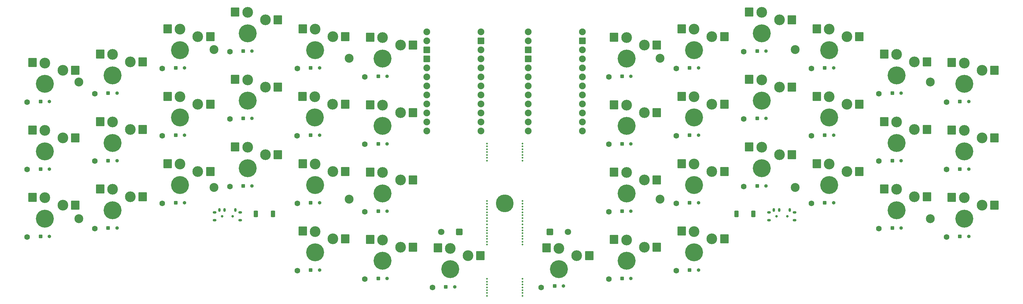
<source format=gbr>
%TF.GenerationSoftware,KiCad,Pcbnew,9.0.2*%
%TF.CreationDate,2025-06-18T16:45:14+03:00*%
%TF.ProjectId,KOMETA,4b4f4d45-5441-42e6-9b69-6361645f7063,rev?*%
%TF.SameCoordinates,Original*%
%TF.FileFunction,Soldermask,Bot*%
%TF.FilePolarity,Negative*%
%FSLAX46Y46*%
G04 Gerber Fmt 4.6, Leading zero omitted, Abs format (unit mm)*
G04 Created by KiCad (PCBNEW 9.0.2) date 2025-06-18 16:45:14*
%MOMM*%
%LPD*%
G01*
G04 APERTURE LIST*
G04 Aperture macros list*
%AMRoundRect*
0 Rectangle with rounded corners*
0 $1 Rounding radius*
0 $2 $3 $4 $5 $6 $7 $8 $9 X,Y pos of 4 corners*
0 Add a 4 corners polygon primitive as box body*
4,1,4,$2,$3,$4,$5,$6,$7,$8,$9,$2,$3,0*
0 Add four circle primitives for the rounded corners*
1,1,$1+$1,$2,$3*
1,1,$1+$1,$4,$5*
1,1,$1+$1,$6,$7*
1,1,$1+$1,$8,$9*
0 Add four rect primitives between the rounded corners*
20,1,$1+$1,$2,$3,$4,$5,0*
20,1,$1+$1,$4,$5,$6,$7,0*
20,1,$1+$1,$6,$7,$8,$9,0*
20,1,$1+$1,$8,$9,$2,$3,0*%
G04 Aperture macros list end*
%ADD10C,0.500000*%
%ADD11RoundRect,0.200000X0.300000X0.300000X-0.300000X0.300000X-0.300000X-0.300000X0.300000X-0.300000X0*%
%ADD12O,1.000000X1.000000*%
%ADD13C,2.500000*%
%ADD14C,1.600000*%
%ADD15C,3.010000*%
%ADD16C,5.050000*%
%ADD17RoundRect,0.200000X-1.000000X-1.050000X1.000000X-1.050000X1.000000X1.050000X-1.000000X1.050000X0*%
%ADD18RoundRect,0.200000X0.400000X0.700000X-0.400000X0.700000X-0.400000X-0.700000X0.400000X-0.700000X0*%
%ADD19RoundRect,0.199800X0.300200X0.100200X-0.300200X0.100200X-0.300200X-0.100200X0.300200X-0.100200X0*%
%ADD20C,0.700000*%
%ADD21RoundRect,0.199800X0.100200X-0.300200X0.100200X0.300200X-0.100200X0.300200X-0.100200X-0.300200X0*%
%ADD22C,1.800000*%
%ADD23RoundRect,0.200000X-0.700000X0.700000X-0.700000X-0.700000X0.700000X-0.700000X0.700000X0.700000X0*%
%ADD24O,1.900000X1.900000*%
%ADD25RoundRect,0.250000X-0.700000X-0.700000X0.700000X-0.700000X0.700000X0.700000X-0.700000X0.700000X0*%
%ADD26C,5.000000*%
%ADD27RoundRect,0.200000X0.700000X-0.700000X0.700000X0.700000X-0.700000X0.700000X-0.700000X-0.700000X0*%
%ADD28RoundRect,0.200000X-0.400000X-0.700000X0.400000X-0.700000X0.400000X0.700000X-0.400000X0.700000X0*%
G04 APERTURE END LIST*
D10*
%TO.C,*%
X212300000Y-170700000D03*
%TD*%
%TO.C,*%
X212300000Y-171600000D03*
%TD*%
%TO.C,*%
X202300000Y-171600000D03*
%TD*%
%TO.C,*%
X202300000Y-170700000D03*
%TD*%
D11*
%TO.C,D3*%
X114750000Y-127500000D03*
D12*
X117250000Y-127500000D03*
%TD*%
D11*
%TO.C,D41*%
X240350000Y-186875000D03*
D12*
X242850000Y-186875000D03*
%TD*%
D11*
%TO.C,D24*%
X278350000Y-122750000D03*
D12*
X280850000Y-122750000D03*
%TD*%
D13*
%TO.C,H4*%
X87548000Y-170000000D03*
%TD*%
D11*
%TO.C,D19*%
X152750000Y-184500000D03*
D12*
X155250000Y-184500000D03*
%TD*%
D11*
%TO.C,D15*%
X114750000Y-165500000D03*
D12*
X117250000Y-165500000D03*
%TD*%
D11*
%TO.C,D39*%
X335350000Y-175000000D03*
D12*
X337850000Y-175000000D03*
%TD*%
D14*
%TO.C,SW8*%
X92000000Y-153775000D03*
D15*
X97000000Y-142725000D03*
D16*
X97000000Y-148625000D03*
D15*
X102000000Y-144825000D03*
D17*
X105500000Y-144825000D03*
X93500000Y-142625000D03*
%TD*%
D11*
%TO.C,D11*%
X152750000Y-146500000D03*
D12*
X155250000Y-146500000D03*
%TD*%
D14*
%TO.C,SW15*%
X111000000Y-165650000D03*
D15*
X116000000Y-154600000D03*
D16*
X116000000Y-160500000D03*
D15*
X121000000Y-156700000D03*
D17*
X124500000Y-156700000D03*
X112500000Y-154500000D03*
%TD*%
D11*
%TO.C,D33*%
X335350000Y-156000000D03*
D12*
X337850000Y-156000000D03*
%TD*%
D14*
%TO.C,SW4*%
X130000000Y-122900000D03*
D15*
X135000000Y-111850000D03*
D16*
X135000000Y-117750000D03*
D15*
X140000000Y-113950000D03*
D17*
X143500000Y-113950000D03*
X131500000Y-111750000D03*
%TD*%
D13*
%TO.C,H3*%
X289050000Y-122300000D03*
%TD*%
D11*
%TO.C,D17*%
X152750000Y-165500000D03*
D12*
X155250000Y-165500000D03*
%TD*%
D14*
%TO.C,SW37*%
X293600000Y-165650000D03*
D15*
X298600000Y-154600000D03*
D16*
X298600000Y-160500000D03*
D15*
X303600000Y-156700000D03*
D17*
X307100000Y-156700000D03*
X295100000Y-154500000D03*
%TD*%
D11*
%TO.C,D14*%
X95750000Y-172625000D03*
D12*
X98250000Y-172625000D03*
%TD*%
D14*
%TO.C,SW42*%
X255600000Y-184650000D03*
D15*
X260600000Y-173600000D03*
D16*
X260600000Y-179500000D03*
D15*
X265600000Y-175700000D03*
D17*
X269100000Y-175700000D03*
X257100000Y-173500000D03*
%TD*%
D11*
%TO.C,D12*%
X171750000Y-148875000D03*
D12*
X174250000Y-148875000D03*
%TD*%
D14*
%TO.C,SW39*%
X331600000Y-175150000D03*
D15*
X336600000Y-164100000D03*
D16*
X336600000Y-170000000D03*
D15*
X341600000Y-166200000D03*
D17*
X345100000Y-166200000D03*
X333100000Y-164000000D03*
%TD*%
D14*
%TO.C,SW31*%
X293600000Y-146650000D03*
D15*
X298600000Y-135600000D03*
D16*
X298600000Y-141500000D03*
D15*
X303600000Y-137700000D03*
D17*
X307100000Y-137700000D03*
X295100000Y-135500000D03*
%TD*%
D14*
%TO.C,SW26*%
X312600000Y-134775000D03*
D15*
X317600000Y-123725000D03*
D16*
X317600000Y-129625000D03*
D15*
X322600000Y-125825000D03*
D17*
X326100000Y-125825000D03*
X314100000Y-123625000D03*
%TD*%
D10*
%TO.C,BH*%
X202300000Y-172500000D03*
X202300000Y-173300000D03*
X202300000Y-174100000D03*
X202300000Y-174900000D03*
X202300000Y-175700000D03*
X202300000Y-176500000D03*
X202300000Y-177300000D03*
%TD*%
D11*
%TO.C,D30*%
X278350000Y-141750000D03*
D12*
X280850000Y-141750000D03*
%TD*%
D11*
%TO.C,D20*%
X171750000Y-186875000D03*
D12*
X174250000Y-186875000D03*
%TD*%
D13*
%TO.C,H12*%
X251050000Y-164500000D03*
%TD*%
D14*
%TO.C,SW27*%
X331600000Y-137150000D03*
D15*
X336600000Y-126100000D03*
D16*
X336600000Y-132000000D03*
D15*
X341600000Y-128200000D03*
D17*
X345100000Y-128200000D03*
X333100000Y-126000000D03*
%TD*%
D11*
%TO.C,D1*%
X76750000Y-137000000D03*
D12*
X79250000Y-137000000D03*
%TD*%
D14*
%TO.C,SW2*%
X92000000Y-134775000D03*
D15*
X97000000Y-123725000D03*
D16*
X97000000Y-129625000D03*
D15*
X102000000Y-125825000D03*
D17*
X105500000Y-125825000D03*
X93500000Y-123625000D03*
%TD*%
D11*
%TO.C,D9*%
X114750000Y-146500000D03*
D12*
X117250000Y-146500000D03*
%TD*%
D11*
%TO.C,D22*%
X240350000Y-129875000D03*
D12*
X242850000Y-129875000D03*
%TD*%
D14*
%TO.C,SW23*%
X255600000Y-127650000D03*
D15*
X260600000Y-116600000D03*
D16*
X260600000Y-122500000D03*
D15*
X265600000Y-118700000D03*
D17*
X269100000Y-118700000D03*
X257100000Y-116500000D03*
%TD*%
D11*
%TO.C,D42*%
X259350000Y-184500000D03*
D12*
X261850000Y-184500000D03*
%TD*%
D11*
%TO.C,D5*%
X152750000Y-127500000D03*
D12*
X155250000Y-127500000D03*
%TD*%
D14*
%TO.C,SW38*%
X312600000Y-172775000D03*
D15*
X317600000Y-161725000D03*
D16*
X317600000Y-167625000D03*
D15*
X322600000Y-163825000D03*
D17*
X326100000Y-163825000D03*
X314100000Y-161625000D03*
%TD*%
D11*
%TO.C,D40*%
X221350000Y-189000000D03*
D12*
X223850000Y-189000000D03*
%TD*%
D14*
%TO.C,SW40*%
X217600000Y-189400000D03*
D15*
X222600000Y-178350000D03*
D16*
X222600000Y-184250000D03*
D15*
X227600000Y-180450000D03*
D17*
X231100000Y-180450000D03*
X219100000Y-178250000D03*
%TD*%
D14*
%TO.C,SW28*%
X236600000Y-149025000D03*
D15*
X241600000Y-137975000D03*
D16*
X241600000Y-143875000D03*
D15*
X246600000Y-140075000D03*
D17*
X250100000Y-140075000D03*
X238100000Y-137875000D03*
%TD*%
D11*
%TO.C,D13*%
X76750000Y-175000000D03*
D12*
X79250000Y-175000000D03*
%TD*%
D10*
%TO.C,BH*%
X212300000Y-148824000D03*
X212300000Y-149624000D03*
X212300000Y-150424000D03*
X212300000Y-151224000D03*
X212300000Y-152024000D03*
X212300000Y-152824000D03*
X212300000Y-153624000D03*
%TD*%
D11*
%TO.C,D16*%
X133750000Y-160750000D03*
D12*
X136250000Y-160750000D03*
%TD*%
D10*
%TO.C,BH*%
X202300000Y-165000000D03*
X202300000Y-165800000D03*
X202300000Y-166600000D03*
X202300000Y-167400000D03*
X202300000Y-168200000D03*
X202300000Y-169000000D03*
X202300000Y-169800000D03*
%TD*%
D11*
%TO.C,D27*%
X335350000Y-137000000D03*
D12*
X337850000Y-137000000D03*
%TD*%
D18*
%TO.C,R_L1*%
X142100000Y-168600000D03*
X137300000Y-168600000D03*
%TD*%
D14*
%TO.C,SW22*%
X236600000Y-130025000D03*
D15*
X241600000Y-118975000D03*
D16*
X241600000Y-124875000D03*
D15*
X246600000Y-121075000D03*
D17*
X250100000Y-121075000D03*
X238100000Y-118875000D03*
%TD*%
D14*
%TO.C,SW24*%
X274600000Y-122900000D03*
D15*
X279600000Y-111850000D03*
D16*
X279600000Y-117750000D03*
D15*
X284600000Y-113950000D03*
D17*
X288100000Y-113950000D03*
X276100000Y-111750000D03*
%TD*%
D10*
%TO.C,BH*%
X202300000Y-148824000D03*
X202300000Y-149624000D03*
X202300000Y-150424000D03*
X202300000Y-151224000D03*
X202300000Y-152024000D03*
X202300000Y-152824000D03*
X202300000Y-153624000D03*
%TD*%
D11*
%TO.C,D2*%
X95750000Y-134625000D03*
D12*
X98250000Y-134625000D03*
%TD*%
D11*
%TO.C,D6*%
X171750000Y-129875000D03*
D12*
X174250000Y-129875000D03*
%TD*%
D14*
%TO.C,SW12*%
X168000000Y-149025000D03*
D15*
X173000000Y-137975000D03*
D16*
X173000000Y-143875000D03*
D15*
X178000000Y-140075000D03*
D17*
X181500000Y-140075000D03*
X169500000Y-137875000D03*
%TD*%
D14*
%TO.C,SW13*%
X73000000Y-175150000D03*
D15*
X78000000Y-164100000D03*
D16*
X78000000Y-170000000D03*
D15*
X83000000Y-166200000D03*
D17*
X86500000Y-166200000D03*
X74500000Y-164000000D03*
%TD*%
D14*
%TO.C,SW29*%
X255600000Y-146650000D03*
D15*
X260600000Y-135600000D03*
D16*
X260600000Y-141500000D03*
D15*
X265600000Y-137700000D03*
D17*
X269100000Y-137700000D03*
X257100000Y-135500000D03*
%TD*%
D13*
%TO.C,H11*%
X327050000Y-170000000D03*
%TD*%
D11*
%TO.C,D21*%
X190750000Y-189250000D03*
D12*
X193250000Y-189250000D03*
%TD*%
D11*
%TO.C,D7*%
X76750000Y-156000000D03*
D12*
X79250000Y-156000000D03*
%TD*%
D14*
%TO.C,SW6*%
X168000000Y-130025000D03*
D15*
X173000000Y-118975000D03*
D16*
X173000000Y-124875000D03*
D15*
X178000000Y-121075000D03*
D17*
X181500000Y-121075000D03*
X169500000Y-118875000D03*
%TD*%
D14*
%TO.C,SW41*%
X236600000Y-187025000D03*
D15*
X241600000Y-175975000D03*
D16*
X241600000Y-181875000D03*
D15*
X246600000Y-178075000D03*
D17*
X250100000Y-178075000D03*
X238100000Y-175875000D03*
%TD*%
D14*
%TO.C,SW1*%
X73000000Y-137150000D03*
D15*
X78000000Y-126100000D03*
D16*
X78000000Y-132000000D03*
D15*
X83000000Y-128200000D03*
D17*
X86500000Y-128200000D03*
X74500000Y-126000000D03*
%TD*%
D11*
%TO.C,D25*%
X297350000Y-127500000D03*
D12*
X299850000Y-127500000D03*
%TD*%
D11*
%TO.C,D23*%
X259350000Y-127500000D03*
D12*
X261850000Y-127500000D03*
%TD*%
D13*
%TO.C,H8*%
X327050000Y-131500000D03*
%TD*%
D11*
%TO.C,D36*%
X278350000Y-160750000D03*
D12*
X280850000Y-160750000D03*
%TD*%
D11*
%TO.C,D4*%
X133750000Y-122750000D03*
D12*
X136250000Y-122750000D03*
%TD*%
D13*
%TO.C,H2*%
X125550000Y-161200000D03*
%TD*%
D14*
%TO.C,SW14*%
X92000000Y-172775000D03*
D15*
X97000000Y-161725000D03*
D16*
X97000000Y-167625000D03*
D15*
X102000000Y-163825000D03*
D17*
X105500000Y-163825000D03*
X93500000Y-161625000D03*
%TD*%
D14*
%TO.C,SW18*%
X168000000Y-168025000D03*
D15*
X173000000Y-156975000D03*
D16*
X173000000Y-162875000D03*
D15*
X178000000Y-159075000D03*
D17*
X181500000Y-159075000D03*
X169500000Y-156875000D03*
%TD*%
D14*
%TO.C,SW32*%
X312600000Y-153775000D03*
D15*
X317600000Y-142725000D03*
D16*
X317600000Y-148625000D03*
D15*
X322600000Y-144825000D03*
D17*
X326100000Y-144825000D03*
X314100000Y-142625000D03*
%TD*%
D10*
%TO.C,BH*%
X212300000Y-165000000D03*
X212300000Y-165800000D03*
X212300000Y-166600000D03*
X212300000Y-167400000D03*
X212300000Y-168200000D03*
X212300000Y-169000000D03*
X212300000Y-169800000D03*
%TD*%
D13*
%TO.C,H7*%
X163550000Y-124800000D03*
%TD*%
D14*
%TO.C,SW25*%
X293600000Y-127650000D03*
D15*
X298600000Y-116600000D03*
D16*
X298600000Y-122500000D03*
D15*
X303600000Y-118700000D03*
D17*
X307100000Y-118700000D03*
X295100000Y-116500000D03*
%TD*%
D19*
%TO.C,PS_R1*%
X288900000Y-170443000D03*
X288900000Y-168207000D03*
D20*
X286800000Y-169350000D03*
X283800000Y-169350000D03*
D19*
X281700000Y-170443000D03*
X281700000Y-168207000D03*
D21*
X287550000Y-167500000D03*
X284550000Y-167500000D03*
X283050000Y-167500000D03*
%TD*%
D14*
%TO.C,SW10*%
X130000000Y-141900000D03*
D15*
X135000000Y-130850000D03*
D16*
X135000000Y-136750000D03*
D15*
X140000000Y-132950000D03*
D17*
X143500000Y-132950000D03*
X131500000Y-130750000D03*
%TD*%
D10*
%TO.C,BH*%
X202300000Y-186950000D03*
X202300000Y-187750000D03*
X202300000Y-188550000D03*
X202300000Y-189350000D03*
X202300000Y-190150000D03*
X202300000Y-190950000D03*
X202300000Y-191750000D03*
%TD*%
D22*
%TO.C,PW_R1*%
X225140000Y-173750000D03*
D23*
X220060000Y-173750000D03*
%TD*%
D19*
%TO.C,PS_L1*%
X132900000Y-170443000D03*
X132900000Y-168207000D03*
D20*
X130800000Y-169350000D03*
X127800000Y-169350000D03*
D19*
X125700000Y-170443000D03*
X125700000Y-168207000D03*
D21*
X131550000Y-167500000D03*
X128550000Y-167500000D03*
X127050000Y-167500000D03*
%TD*%
D24*
%TO.C,SM_L1*%
X185380000Y-117335000D03*
X185380000Y-119875000D03*
D25*
X185380000Y-122415000D03*
X185380000Y-124955000D03*
D24*
X185380000Y-127495000D03*
X185380000Y-130035000D03*
X185380000Y-132575000D03*
X185380000Y-135115000D03*
X185380000Y-137655000D03*
X185380000Y-140195000D03*
X185380000Y-142735000D03*
X185380000Y-145275000D03*
X200620000Y-145275000D03*
X200620000Y-142735000D03*
X200620000Y-140195000D03*
X200620000Y-137655000D03*
X200620000Y-135115000D03*
X200620000Y-132575000D03*
X200620000Y-130035000D03*
X200620000Y-127495000D03*
X200620000Y-124955000D03*
X200620000Y-122415000D03*
D25*
X200620000Y-119875000D03*
D24*
X200620000Y-117335000D03*
%TD*%
D14*
%TO.C,SW36*%
X274600000Y-160900000D03*
D15*
X279600000Y-149850000D03*
D16*
X279600000Y-155750000D03*
D15*
X284600000Y-151950000D03*
D17*
X288100000Y-151950000D03*
X276100000Y-149750000D03*
%TD*%
D14*
%TO.C,SW7*%
X73000000Y-156150000D03*
D15*
X78000000Y-145100000D03*
D16*
X78000000Y-151000000D03*
D15*
X83000000Y-147200000D03*
D17*
X86500000Y-147200000D03*
X74500000Y-145000000D03*
%TD*%
D13*
%TO.C,H5*%
X163550000Y-164500000D03*
%TD*%
D10*
%TO.C,BH*%
X212300000Y-186950000D03*
X212300000Y-187750000D03*
X212300000Y-188550000D03*
X212300000Y-189350000D03*
X212300000Y-190150000D03*
X212300000Y-190950000D03*
X212300000Y-191750000D03*
%TD*%
D14*
%TO.C,SW5*%
X149000000Y-127650000D03*
D15*
X154000000Y-116600000D03*
D16*
X154000000Y-122500000D03*
D15*
X159000000Y-118700000D03*
D17*
X162500000Y-118700000D03*
X150500000Y-116500000D03*
%TD*%
D11*
%TO.C,D32*%
X316350000Y-153625000D03*
D12*
X318850000Y-153625000D03*
%TD*%
D11*
%TO.C,D38*%
X316350000Y-172625000D03*
D12*
X318850000Y-172625000D03*
%TD*%
D26*
%TO.C,KeyChainHole1*%
X207299999Y-165700000D03*
%TD*%
D14*
%TO.C,SW30*%
X274600000Y-141900000D03*
D15*
X279600000Y-130850000D03*
D16*
X279600000Y-136750000D03*
D15*
X284600000Y-132950000D03*
D17*
X288100000Y-132950000D03*
X276100000Y-130750000D03*
%TD*%
D11*
%TO.C,D37*%
X297350000Y-165500000D03*
D12*
X299850000Y-165500000D03*
%TD*%
D13*
%TO.C,H10*%
X125550000Y-122300000D03*
%TD*%
D14*
%TO.C,SW20*%
X168000000Y-187025000D03*
D15*
X173000000Y-175975000D03*
D16*
X173000000Y-181875000D03*
D15*
X178000000Y-178075000D03*
D17*
X181500000Y-178075000D03*
X169500000Y-175875000D03*
%TD*%
D13*
%TO.C,H9*%
X251050000Y-124800000D03*
%TD*%
D14*
%TO.C,SW17*%
X149000000Y-165650000D03*
D15*
X154000000Y-154600000D03*
D16*
X154000000Y-160500000D03*
D15*
X159000000Y-156700000D03*
D17*
X162500000Y-156700000D03*
X150500000Y-154500000D03*
%TD*%
D14*
%TO.C,SW19*%
X149000000Y-184650000D03*
D15*
X154000000Y-173600000D03*
D16*
X154000000Y-179500000D03*
D15*
X159000000Y-175700000D03*
D17*
X162500000Y-175700000D03*
X150500000Y-173500000D03*
%TD*%
D14*
%TO.C,SW35*%
X255600000Y-165650000D03*
D15*
X260600000Y-154600000D03*
D16*
X260600000Y-160500000D03*
D15*
X265600000Y-156700000D03*
D17*
X269100000Y-156700000D03*
X257100000Y-154500000D03*
%TD*%
D11*
%TO.C,D34*%
X240350000Y-167875000D03*
D12*
X242850000Y-167875000D03*
%TD*%
D14*
%TO.C,SW33*%
X331600000Y-156150000D03*
D15*
X336600000Y-145100000D03*
D16*
X336600000Y-151000000D03*
D15*
X341600000Y-147200000D03*
D17*
X345100000Y-147200000D03*
X333100000Y-145000000D03*
%TD*%
D10*
%TO.C,BH*%
X212300000Y-172500000D03*
X212300000Y-173300000D03*
X212300000Y-174100000D03*
X212300000Y-174900000D03*
X212300000Y-175700000D03*
X212300000Y-176500000D03*
X212300000Y-177300000D03*
%TD*%
D14*
%TO.C,SW11*%
X148920000Y-146650000D03*
D15*
X153920000Y-135600000D03*
D16*
X153920000Y-141500000D03*
D15*
X158920000Y-137700000D03*
D17*
X162420000Y-137700000D03*
X150420000Y-135500000D03*
%TD*%
D11*
%TO.C,D29*%
X259350000Y-146500000D03*
D12*
X261850000Y-146500000D03*
%TD*%
D11*
%TO.C,D31*%
X297350000Y-146500000D03*
D12*
X299850000Y-146500000D03*
%TD*%
D11*
%TO.C,D8*%
X95750000Y-153625000D03*
D12*
X98250000Y-153625000D03*
%TD*%
D14*
%TO.C,SW3*%
X111000000Y-127650000D03*
D15*
X116000000Y-116600000D03*
D16*
X116000000Y-122500000D03*
D15*
X121000000Y-118700000D03*
D17*
X124500000Y-118700000D03*
X112500000Y-116500000D03*
%TD*%
D13*
%TO.C,H1*%
X87550000Y-131500000D03*
%TD*%
D11*
%TO.C,D28*%
X240350000Y-148875000D03*
D12*
X242850000Y-148875000D03*
%TD*%
D14*
%TO.C,SW9*%
X111000000Y-146650000D03*
D15*
X116000000Y-135600000D03*
D16*
X116000000Y-141500000D03*
D15*
X121000000Y-137700000D03*
D17*
X124500000Y-137700000D03*
X112500000Y-135500000D03*
%TD*%
D14*
%TO.C,SW16*%
X130000000Y-160900000D03*
D15*
X135000000Y-149850000D03*
D16*
X135000000Y-155750000D03*
D15*
X140000000Y-151950000D03*
D17*
X143500000Y-151950000D03*
X131500000Y-149750000D03*
%TD*%
D13*
%TO.C,H6*%
X289050000Y-161200000D03*
%TD*%
D24*
%TO.C,SM_R1*%
X213931000Y-117335000D03*
X213931000Y-119875000D03*
D25*
X213931000Y-122415000D03*
X213931000Y-124955000D03*
D24*
X213931000Y-127495000D03*
X213931000Y-130035000D03*
X213931000Y-132575000D03*
X213931000Y-135115000D03*
X213931000Y-137655000D03*
X213931000Y-140195000D03*
X213931000Y-142735000D03*
X213931000Y-145275000D03*
X229171000Y-145275000D03*
X229171000Y-142735000D03*
X229171000Y-140195000D03*
X229171000Y-137655000D03*
X229171000Y-135115000D03*
X229171000Y-132575000D03*
X229171000Y-130035000D03*
X229171000Y-127495000D03*
X229171000Y-124955000D03*
X229171000Y-122415000D03*
D25*
X229171000Y-119875000D03*
D24*
X229171000Y-117335000D03*
%TD*%
D11*
%TO.C,D10*%
X133750000Y-141750000D03*
D12*
X136250000Y-141750000D03*
%TD*%
D11*
%TO.C,D26*%
X316350000Y-134625000D03*
D12*
X318850000Y-134625000D03*
%TD*%
D14*
%TO.C,SW34*%
X236600000Y-168025000D03*
D15*
X241600000Y-156975000D03*
D16*
X241600000Y-162875000D03*
D15*
X246600000Y-159075000D03*
D17*
X250100000Y-159075000D03*
X238100000Y-156875000D03*
%TD*%
D11*
%TO.C,D35*%
X259350000Y-165500000D03*
D12*
X261850000Y-165500000D03*
%TD*%
D22*
%TO.C,PW_L1*%
X189460000Y-173750000D03*
D27*
X194540000Y-173750000D03*
%TD*%
D14*
%TO.C,SW21*%
X187000000Y-189400000D03*
D15*
X192000000Y-178350000D03*
D16*
X192000000Y-184250000D03*
D15*
X197000000Y-180450000D03*
D17*
X200500000Y-180450000D03*
X188500000Y-178250000D03*
%TD*%
D28*
%TO.C,R_R1*%
X272500000Y-168600000D03*
X277300000Y-168600000D03*
%TD*%
D11*
%TO.C,D18*%
X171750000Y-167875000D03*
D12*
X174250000Y-167875000D03*
%TD*%
M02*

</source>
